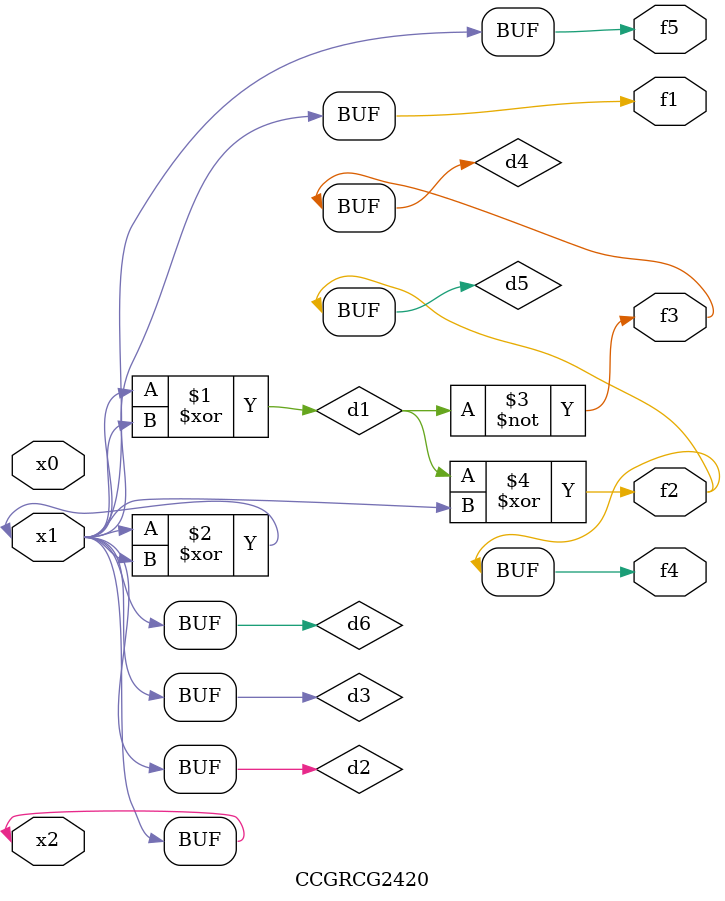
<source format=v>
module CCGRCG2420(
	input x0, x1, x2,
	output f1, f2, f3, f4, f5
);

	wire d1, d2, d3, d4, d5, d6;

	xor (d1, x1, x2);
	buf (d2, x1, x2);
	xor (d3, x1, x2);
	nor (d4, d1);
	xor (d5, d1, d2);
	buf (d6, d2, d3);
	assign f1 = d6;
	assign f2 = d5;
	assign f3 = d4;
	assign f4 = d5;
	assign f5 = d6;
endmodule

</source>
